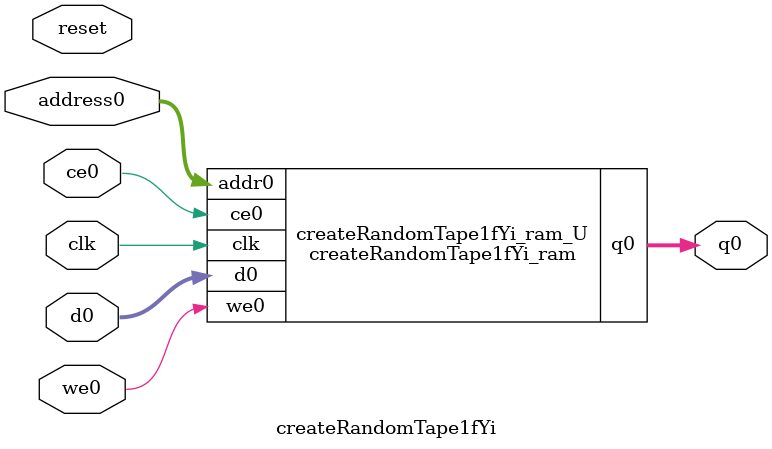
<source format=v>
`timescale 1 ns / 1 ps
module createRandomTape1fYi_ram (addr0, ce0, d0, we0, q0,  clk);

parameter DWIDTH = 8;
parameter AWIDTH = 8;
parameter MEM_SIZE = 200;

input[AWIDTH-1:0] addr0;
input ce0;
input[DWIDTH-1:0] d0;
input we0;
output reg[DWIDTH-1:0] q0;
input clk;

(* ram_style = "block" *)reg [DWIDTH-1:0] ram[0:MEM_SIZE-1];




always @(posedge clk)  
begin 
    if (ce0) begin
        if (we0) 
            ram[addr0] <= d0; 
        q0 <= ram[addr0];
    end
end


endmodule

`timescale 1 ns / 1 ps
module createRandomTape1fYi(
    reset,
    clk,
    address0,
    ce0,
    we0,
    d0,
    q0);

parameter DataWidth = 32'd8;
parameter AddressRange = 32'd200;
parameter AddressWidth = 32'd8;
input reset;
input clk;
input[AddressWidth - 1:0] address0;
input ce0;
input we0;
input[DataWidth - 1:0] d0;
output[DataWidth - 1:0] q0;



createRandomTape1fYi_ram createRandomTape1fYi_ram_U(
    .clk( clk ),
    .addr0( address0 ),
    .ce0( ce0 ),
    .we0( we0 ),
    .d0( d0 ),
    .q0( q0 ));

endmodule


</source>
